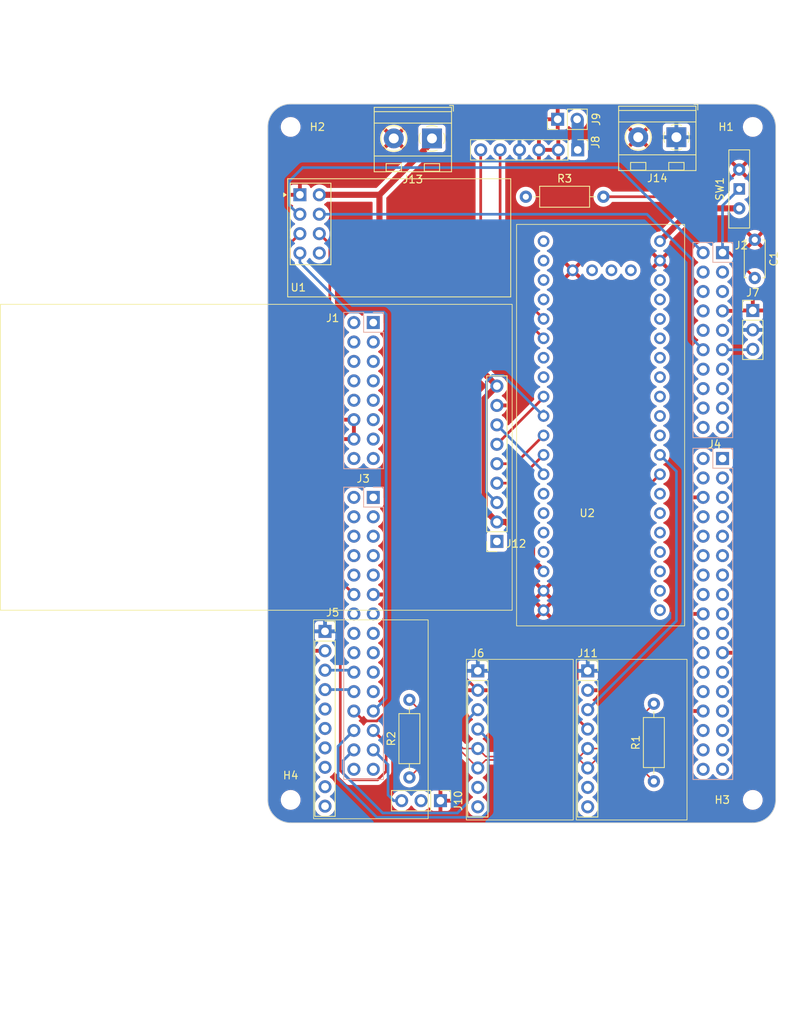
<source format=kicad_pcb>
(kicad_pcb (version 20240108) (generator "pcbnew") (generator_version "8.0")
  (layers (0 "F.Cu" signal) (31 "B.Cu" signal) (34 "B.Paste" user) (35 "F.Paste" user) (36 "B.SilkS" user "B.Silkscreen") (37 "F.SilkS" user "F.Silkscreen") (38 "B.Mask" user) (39 "F.Mask" user) (44 "Edge.Cuts" user))
  (net 0 "")
  (net 1 "NUCLEO_FDCAN_RX")
  (net 6 "NUCLEO_FDCAN_TX")
  (net 12 "NUCLEO_NRF_SPI5_SCK")
  (net 13 "NUCLEO_IMU_I2C4_SCL")
  (net 14 "NUCLEO_NRF_SPI5_MOSI")
  (net 19 "NUCLEO_ESC_TIM14_CH1")
  (net 21 "NUCLEO_NRF_SPI5_MISO")
  (net 26 "NUCLEO_IMU_I2C4_SDA")
  (net 57 "GND")
  (net 64 "5V")
  (net 67 "NUCLEO_SERVO_TIM13_CH1")
  (net 68 "3.3V")
  (net 69 "BLUEPILL_ENCODER_A")
  (net 71 "BLUEPILL_ENCODER_B")
  (net 72 "MOTOR_VCC")
  (net 73 "BLUEPILL_CAN_TX")
  (net 74 "BLUEPILL_CAN_RX")
  (net 79 "BLUEPILL_TFT_MOSI")
  (net 83 "BLUEPILL_TFT_DC")
  (net 90 "BLUEPILL_TFT_CS")
  (net 99 "BLUEPILL_TFT_RESET")
  (net 106 "BLUEPILL_TFT_CLK")
  (net 110 "NUCLEO_NRF_CSN")
  (net 111 "NUCLEO_NRF_CE")
  (net 143 "CAN_+")
  (net 144 "CAN_-")
  (net 145 "Net-(J2-2)")
  (net 146 "Net-(SW1-B)")
  (footprint "MountingHole:MountingHole_2.1mm" (layer "F.Cu") (at 98.5 134.5)
    (property "Reference" "H4" (at 0 -3.2 0) (layer "F.SilkS"))
    (property "Value" "MountingHole")
    (pad "" np_thru_hole circle (at 0 0) (size 2.1 2.1) (drill 2.1) (layers "*.Cu" "*.Mask"))
  )
  (footprint "footprints:blue_pill" (layer "F.Cu") (at 137.325 88.745 180)
    (property "Reference" "U2" (at 0 -8.255 0) (layer "F.SilkS"))
    (property "Value" "BP")
    (pad "3V3" thru_hole circle (at -9.525 27.305 180) (size 1.524 1.524) (drill 0.9) (layers "*.Cu" "*.Mask") (net 68 "3.3V"))
    (pad "3V3" thru_hole circle (at -5.715 23.495 180) (size 1.524 1.524) (drill 0.9) (layers "*.Cu" "*.Mask") (net 68 "3.3V"))
    (pad "3V3" thru_hole circle (at 5.715 -15.875 180) (size 1.524 1.524) (drill 0.9) (layers "*.Cu" "*.Mask") (net 68 "3.3V"))
    (pad "5V" thru_hole circle (at -9.525 22.225 180) (size 1.524 1.524) (drill 0.9) (layers "*.Cu" "*.Mask"))
    (pad "G" thru_hole circle (at -9.525 24.765 180) (size 1.524 1.524) (drill 0.9) (layers "*.Cu" "*.Mask") (net 57 "GND"))
    (pad "G" thru_hole circle (at 1.905 23.495 180) (size 1.524 1.524) (drill 0.9) (layers "*.Cu" "*.Mask") (net 57 "GND"))
    (pad "G" thru_hole circle (at 5.715 -20.955 180) (size 1.524 1.524) (drill 0.9) (layers "*.Cu" "*.Mask") (net 57 "GND"))
    (pad "G" thru_hole circle (at 5.715 -18.415 180) (size 1.524 1.524) (drill 0.9) (layers "*.Cu" "*.Mask") (net 57 "GND"))
    (pad "NRST" thru_hole circle (at 5.715 -13.335 180) (size 1.524 1.524) (drill 0.9) (layers "*.Cu" "*.Mask"))
    (pad "PA0" thru_hole circle (at 5.715 17.145 180) (size 1.524 1.524) (drill 0.9) (layers "*.Cu" "*.Mask") (net 69 "BLUEPILL_ENCODER_A"))
    (pad "PA1" thru_hole circle (at 5.715 14.605 180) (size 1.524 1.524) (drill 0.9) (layers "*.Cu" "*.Mask") (net 71 "BLUEPILL_ENCODER_B"))
    (pad "PA2" thru_hole circle (at 5.715 12.065 180) (size 1.524 1.524) (drill 0.9) (layers "*.Cu" "*.Mask"))
    (pad "PA3" thru_hole circle (at 5.715 9.525 180) (size 1.524 1.524) (drill 0.9) (layers "*.Cu" "*.Mask"))
    (pad "PA4" thru_hole circle (at 5.715 6.985 180) (size 1.524 1.524) (drill 0.9) (layers "*.Cu" "*.Mask") (net 99 "BLUEPILL_TFT_RESET"))
    (pad "PA5" thru_hole circle (at 5.715 4.445 180) (size 1.524 1.524) (drill 0.9) (layers "*.Cu" "*.Mask") (net 106 "BLUEPILL_TFT_CLK"))
    (pad "PA6" thru_hole circle (at 5.715 1.905 180) (size 1.524 1.524) (drill 0.9) (layers "*.Cu" "*.Mask") (net 83 "BLUEPILL_TFT_DC"))
    (pad "PA7" thru_hole circle (at 5.715 -0.635 180) (size 1.524 1.524) (drill 0.9) (layers "*.Cu" "*.Mask") (net 79 "BLUEPILL_TFT_MOSI"))
    (pad "PA8" thru_hole circle (at -9.525 -10.795 180) (size 1.524 1.524) (drill 0.9) (layers "*.Cu" "*.Mask"))
    (pad "PA9" thru_hole circle (at -9.525 -8.255 180) (size 1.524 1.524) (drill 0.9) (layers "*.Cu" "*.Mask"))
    (pad "PA10" thru_hole circle (at -9.525 -5.715 180) (size 1.524 1.524) (drill 0.9) (layers "*.Cu" "*.Mask"))
    (pad "PA11" thru_hole circle (at -9.525 -3.175 180) (size 1.524 1.524) (drill 0.9) (layers "*.Cu" "*.Mask") (net 74 "BLUEPILL_CAN_RX"))
    (pad "PA12" thru_hole circle (at -9.525 -0.635 180) (size 1.524 1.524) (drill 0.9) (layers "*.Cu" "*.Mask") (net 73 "BLUEPILL_CAN_TX"))
    (pad "PA15" thru_hole circle (at -9.525 1.905 180) (size 1.524 1.524) (drill 0.9) (layers "*.Cu" "*.Mask"))
    (pad "PB0" thru_hole circle (at 5.715 -3.175 180) (size 1.524 1.524) (drill 0.9) (layers "*.Cu" "*.Mask") (net 90 "BLUEPILL_TFT_CS"))
    (pad "PB1" thru_hole circle (at 5.715 -5.715 180) (size 1.524 1.524) (drill 0.9) (layers "*.Cu" "*.Mask"))
    (pad "PB3" thru_hole circle (at -9.525 4.445 180) (size 1.524 1.524) (drill 0.9) (layers "*.Cu" "*.Mask"))
    (pad "PB4" thru_hole circle (at -9.525 6.985 180) (size 1.524 1.524) (drill 0.9) (layers "*.Cu" "*.Mask"))
    (pad "PB5" thru_hole circle (at -9.525 9.525 180) (size 1.524 1.524) (drill 0.9) (layers "*.Cu" "*.Mask"))
    (pad "PB6" thru_hole circle (at -9.525 12.065 180) (size 1.524 1.524) (drill 0.9) (layers "*.Cu" "*.Mask"))
    (pad "PB7" thru_hole circle (at -9.525 14.605 180) (size 1.524 1.524) (drill 0.9) (layers "*.Cu" "*.Mask"))
    (pad "PB8" thru_hole circle (at -9.525 17.145 180) (size 1.524 1.524) (drill 0.9) (layers "*.Cu" "*.Mask"))
    (pad "PB9" thru_hole circle (at -9.525 19.685 180) (size 1.524 1.524) (drill 0.9) (layers "*.Cu" "*.Mask"))
    (pad "PB10" thru_hole circle (at 5.715 -8.255 180) (size 1.524 1.524) (drill 0.9) (layers "*.Cu" "*.Mask"))
    (pad "PB11" thru_hole circle (at 5.715 -10.795 180) (size 1.524 1.524) (drill 0.9) (layers "*.Cu" "*.Mask"))
    (pad "PB12" thru_hole circle (at -9.525 -20.955 180) (size 1.524 1.524) (drill 0.9) (layers "*.Cu" "*.Mask"))
    (pad "PB13" thru_hole circle (at -9.525 -18.415 180) (size 1.524 1.524) (drill 0.9) (layers "*.Cu" "*.Mask"))
    (pad "PB14" thru_hole circle (at -9.525 -15.875 180) (size 1.524 1.524) (drill 0.9) (layers "*.Cu" "*.Mask"))
    (pad "PB15" thru_hole circle (at -9.525 -13.335 180) (size 1.524 1.524) (drill 0.9) (layers "*.Cu" "*.Mask"))
    (pad "PC13" thru_hole circle (at 5.715 24.765 180) (size 1.524 1.524) (drill 0.9) (layers "*.Cu" "*.Mask"))
    (pad "PC14" thru_hole circle (at 5.715 22.225 180) (size 1.524 1.524) (drill 0.9) (layers "*.Cu" "*.Mask"))
    (pad "PC15" thru_hole circle (at 5.715 19.685 180) (size 1.524 1.524) (drill 0.9) (layers "*.Cu" "*.Mask"))
    (pad "SWCLK" thru_hole circle (at -0.635 23.495 180) (size 1.524 1.524) (drill 0.9) (layers "*.Cu" "*.Mask"))
    (pad "SWO" thru_hole circle (at -3.175 23.495 180) (size 1.524 1.524) (drill 0.9) (layers "*.Cu" "*.Mask"))
    (pad "VBAT" thru_hole circle (at 5.715 27.305 180) (size 1.524 1.524) (drill 0.9) (layers "*.Cu" "*.Mask"))
  )
  (footprint "MountingHole:MountingHole_2.1mm" (layer "F.Cu") (at 98.5 46.5)
    (property "Reference" "H2" (at 3.5 0 0) (layer "F.SilkS"))
    (property "Value" "MountingHole")
    (pad "" np_thru_hole circle (at 0 0) (size 2.1 2.1) (drill 2.1) (layers "*.Cu" "*.Mask"))
  )
  (footprint "TerminalBlock_MetzConnect:TerminalBlock_MetzConnect_Type094_RT03502HBLU_1x02_P5.00mm_Horizontal" (layer "F.Cu") (at 117 48 180)
    (property "Reference" "J13" (at 2.5 -5.36 180) (layer "F.SilkS"))
    (property "Value" "LM2596_3.3V")
    (pad "1" thru_hole rect (at 0 0 180) (size 2.6 2.6) (drill 1.3) (layers "*.Cu" "*.Mask") (net 68 "3.3V"))
    (pad "2" thru_hole circle (at 5 0 180) (size 2.6 2.6) (drill 1.3) (layers "*.Cu" "*.Mask") (net 57 "GND"))
  )
  (footprint "Button_Switch_THT:SW_Slide-03_Wuerth-WS-SLTV_10x2.5x6.4_P2.54mm" (layer "F.Cu") (at 157.226 54.61 90)
    (property "Reference" "SW1" (at 0 -2.54 90) (layer "F.SilkS"))
    (property "Value" "SW_Nidec_CAS-120A1")
    (pad "1" thru_hole circle (at -2.54 0 90) (size 1.6 1.6) (drill 0.8) (layers "*.Cu" "*.Mask") (net 68 "3.3V"))
    (pad "2" thru_hole rect (at 0 0 90) (size 1.5 1.5) (drill 0.8) (layers "*.Cu" "*.Mask") (net 146 "Net-(SW1-B)"))
    (pad "3" thru_hole circle (at 2.54 0 90) (size 1.6 1.6) (drill 0.8) (layers "*.Cu" "*.Mask") (net 57 "GND"))
  )
  (footprint "Connector_PinHeader_2.54mm:PinHeader_1x02_P2.54mm_Vertical" (layer "F.Cu") (at 133.46 45.5 90)
    (property "Reference" "J9" (at 0 5.04 90) (layer "F.SilkS"))
    (property "Value" "ESC_MOTOR")
    (pad "1" thru_hole rect (at 0 0 90) (size 1.7 1.7) (drill 1) (layers "*.Cu" "*.Mask") (net 57 "GND"))
    (pad "2" thru_hole oval (at 0 2.54 90) (size 1.7 1.7) (drill 1) (layers "*.Cu" "*.Mask") (net 72 "MOTOR_VCC"))
  )
  (footprint "TerminalBlock_MetzConnect:TerminalBlock_MetzConnect_Type094_RT03502HBLU_1x02_P5.00mm_Horizontal" (layer "F.Cu") (at 149 47.845 180)
    (property "Reference" "J14" (at 2.5 -5.36 180) (layer "F.SilkS"))
    (property "Value" "LM2596_5V")
    (pad "1" thru_hole rect (at 0 0 180) (size 2.6 2.6) (drill 1.3) (layers "*.Cu" "*.Mask") (net 64 "5V"))
    (pad "2" thru_hole circle (at 5 0 180) (size 2.6 2.6) (drill 1.3) (layers "*.Cu" "*.Mask") (net 57 "GND"))
  )
  (footprint "Resistor_THT:R_Axial_DIN0207_L6.3mm_D2.5mm_P10.16mm_Horizontal" (layer "F.Cu") (at 114.046 131.572 90)
    (property "Reference" "R2" (at 5.08 -2.37 90) (layer "F.SilkS"))
    (property "Value" "120")
    (pad "1" thru_hole circle (at 0 0 90) (size 1.6 1.6) (drill 0.8) (layers "*.Cu" "*.Mask") (net 144 "CAN_-"))
    (pad "2" thru_hole oval (at 10.16 0 90) (size 1.6 1.6) (drill 0.8) (layers "*.Cu" "*.Mask") (net 143 "CAN_+"))
  )
  (footprint "MountingHole:MountingHole_2.1mm" (layer "F.Cu") (at 159 46.5)
    (property "Reference" "H1" (at -3.5 0 0) (layer "F.SilkS"))
    (property "Value" "MountingHole")
    (pad "" np_thru_hole circle (at 0 0) (size 2.1 2.1) (drill 2.1) (layers "*.Cu" "*.Mask"))
  )
  (footprint "Connector_PinHeader_2.54mm:PinHeader_1x03_P2.54mm_Vertical" (layer "F.Cu") (at 118.11 134.605 -90)
    (property "Reference" "J10" (at 0 -2.33 90) (layer "F.SilkS"))
    (property "Value" "ESC_PWM")
    (pad "1" thru_hole rect (at 0 0 270) (size 1.7 1.7) (drill 1) (layers "*.Cu" "*.Mask") (net 57 "GND"))
    (pad "2" thru_hole oval (at 0 2.54 270) (size 1.7 1.7) (drill 1) (layers "*.Cu" "*.Mask"))
    (pad "3" thru_hole oval (at 0 5.08 270) (size 1.7 1.7) (drill 1) (layers "*.Cu" "*.Mask") (net 19 "NUCLEO_ESC_TIM14_CH1"))
  )
  (footprint "Connector_PinSocket_2.54mm:PinSocket_1x09_P2.54mm_Vertical" (layer "F.Cu") (at 125.5 100.7 180)
    (property "Reference" "J12" (at -2.5 -0.3 0) (layer "F.SilkS"))
    (property "Value" "TFT")
    (pad "1" thru_hole rect (at 0 0 180) (size 1.7 1.7) (drill 1) (layers "*.Cu" "*.Mask"))
    (pad "2" thru_hole oval (at 0 2.54 180) (size 1.7 1.7) (drill 1) (layers "*.Cu" "*.Mask") (net 68 "3.3V"))
    (pad "3" thru_hole oval (at 0 5.08 180) (size 1.7 1.7) (drill 1) (layers "*.Cu" "*.Mask") (net 106 "BLUEPILL_TFT_CLK"))
    (pad "4" thru_hole oval (at 0 7.62 180) (size 1.7 1.7) (drill 1) (layers "*.Cu" "*.Mask") (net 79 "BLUEPILL_TFT_MOSI"))
    (pad "5" thru_hole oval (at 0 10.16 180) (size 1.7 1.7) (drill 1) (layers "*.Cu" "*.Mask") (net 83 "BLUEPILL_TFT_DC"))
    (pad "6" thru_hole oval (at 0 12.7 180) (size 1.7 1.7) (drill 1) (layers "*.Cu" "*.Mask") (net 99 "BLUEPILL_TFT_RESET"))
    (pad "7" thru_hole oval (at 0 15.24 180) (size 1.7 1.7) (drill 1) (layers "*.Cu" "*.Mask") (net 90 "BLUEPILL_TFT_CS"))
    (pad "8" thru_hole oval (at 0 17.78 180) (size 1.7 1.7) (drill 1) (layers "*.Cu" "*.Mask") (net 57 "GND"))
    (pad "9" thru_hole oval (at 0 20.32 180) (size 1.7 1.7) (drill 1) (layers "*.Cu" "*.Mask") (net 68 "3.3V"))
  )
  (footprint "MountingHole:MountingHole_2.1mm" (layer "F.Cu") (at 159 134.5)
    (property "Reference" "H3" (at -4 0 0) (layer "F.SilkS"))
    (property "Value" "MountingHole")
    (pad "" np_thru_hole circle (at 0 0) (size 2.1 2.1) (drill 2.1) (layers "*.Cu" "*.Mask"))
  )
  (footprint "Capacitor_THT:C_Disc_D4.7mm_W2.5mm_P5.00mm" (layer "F.Cu") (at 159.258 61.254 -90)
    (property "Reference" "C1" (at 2.5 -2.5 90) (layer "F.SilkS"))
    (property "Value" "100nF")
    (pad "1" thru_hole circle (at 0 0 270) (size 1.6 1.6) (drill 0.8) (layers "*.Cu" "*.Mask") (net 57 "GND"))
    (pad "2" thru_hole circle (at 5 0 270) (size 1.6 1.6) (drill 0.8) (layers "*.Cu" "*.Mask") (net 145 "Net-(J2-2)"))
  )
  (footprint "Connector_PinHeader_2.54mm:PinHeader_1x03_P2.54mm_Vertical" (layer "F.Cu") (at 159 70.5)
    (property "Reference" "J7" (at 0 -2.33 0) (layer "F.SilkS"))
    (property "Value" "SERVO")
    (pad "1" thru_hole rect (at 0 0) (size 1.7 1.7) (drill 1) (layers "*.Cu" "*.Mask") (net 57 "GND"))
    (pad "2" thru_hole oval (at 0 2.54) (size 1.7 1.7) (drill 1) (layers "*.Cu" "*.Mask") (net 64 "5V"))
    (pad "3" thru_hole oval (at 0 5.08) (size 1.7 1.7) (drill 1) (layers "*.Cu" "*.Mask") (net 67 "NUCLEO_SERVO_TIM13_CH1"))
  )
  (footprint "Resistor_THT:R_Axial_DIN0207_L6.3mm_D2.5mm_P10.16mm_Horizontal" (layer "F.Cu") (at 146.05 132.08 90)
    (property "Reference" "R1" (at 5.08 -2.37 90) (layer "F.SilkS"))
    (property "Value" "120")
    (pad "1" thru_hole circle (at 0 0 90) (size 1.6 1.6) (drill 0.8) (layers "*.Cu" "*.Mask") (net 144 "CAN_-"))
    (pad "2" thru_hole oval (at 10.16 0 90) (size 1.6 1.6) (drill 0.8) (layers "*.Cu" "*.Mask") (net 143 "CAN_+"))
  )
  (footprint "Resistor_THT:R_Axial_DIN0207_L6.3mm_D2.5mm_P10.16mm_Horizontal" (layer "F.Cu") (at 129.286 55.626)
    (property "Reference" "R3" (at 5.08 -2.37 0) (layer "F.SilkS"))
    (property "Value" "1K")
    (pad "1" thru_hole circle (at 0 0) (size 1.6 1.6) (drill 0.8) (layers "*.Cu" "*.Mask") (net 146 "Net-(SW1-B)"))
    (pad "2" thru_hole oval (at 10.16 0) (size 1.6 1.6) (drill 0.8) (layers "*.Cu" "*.Mask") (net 145 "Net-(J2-2)"))
  )
  (footprint "Connector_PinHeader_2.54mm:PinHeader_1x06_P2.54mm_Vertical" (layer "F.Cu") (at 136.08 49.5 -90)
    (property "Reference" "J8" (at -1 -2.33 90) (layer "F.SilkS"))
    (property "Value" "DC_MOTOR")
    (pad "1" thru_hole rect (at 0 0 270) (size 1.7 1.7) (drill 1) (layers "*.Cu" "*.Mask") (net 72 "MOTOR_VCC"))
    (pad "2" thru_hole oval (at 0 2.54 270) (size 1.7 1.7) (drill 1) (layers "*.Cu" "*.Mask") (net 57 "GND"))
    (pad "3" thru_hole oval (at 0 5.08 270) (size 1.7 1.7) (drill 1) (layers "*.Cu" "*.Mask") (net 57 "GND"))
    (pad "4" thru_hole oval (at 0 7.62 270) (size 1.7 1.7) (drill 1) (layers "*.Cu" "*.Mask") (net 64 "5V"))
    (pad "5" thru_hole oval (at 0 10.16 270) (size 1.7 1.7) (drill 1) (layers "*.Cu" "*.Mask") (net 69 "BLUEPILL_ENCODER_A"))
    (pad "6" thru_hole oval (at 0 12.7 270) (size 1.7 1.7) (drill 1) (layers "*.Cu" "*.Mask") (net 71 "BLUEPILL_ENCODER_B"))
  )
  (footprint "Connector_PinSocket_2.54mm:PinSocket_1x08_P2.54mm_Vertical" (layer "F.Cu") (at 123 117.625)
    (property "Reference" "J6" (at 0 -2.3 0) (layer "F.SilkS"))
    (property "Value" "CAN_WCMCU-1051_NUCLEO")
    (pad "1" thru_hole rect (at 0 0) (size 1.7 1.7) (drill 1) (layers "*.Cu" "*.Mask") (net 64 "5V"))
    (pad "2" thru_hole oval (at 0 2.54) (size 1.7 1.7) (drill 1) (layers "*.Cu" "*.Mask") (net 57 "GND"))
    (pad "3" thru_hole oval (at 0 5.08) (size 1.7 1.7) (drill 1) (layers "*.Cu" "*.Mask") (net 6 "NUCLEO_FDCAN_TX"))
    (pad "4" thru_hole oval (at 0 7.62) (size 1.7 1.7) (drill 1) (layers "*.Cu" "*.Mask") (net 1 "NUCLEO_FDCAN_RX"))
    (pad "5" thru_hole oval (at 0 10.16) (size 1.7 1.7) (drill 1) (layers "*.Cu" "*.Mask") (net 143 "CAN_+"))
    (pad "6" thru_hole oval (at 0 12.7) (size 1.7 1.7) (drill 1) (layers "*.Cu" "*.Mask") (net 144 "CAN_-"))
    (pad "7" thru_hole oval (at 0 15.24) (size 1.7 1.7) (drill 1) (layers "*.Cu" "*.Mask"))
    (pad "8" thru_hole oval (at 0 17.78) (size 1.7 1.7) (drill 1) (layers "*.Cu" "*.Mask"))
  )
  (footprint "Connector_PinSocket_2.54mm:PinSocket_1x10_P2.54mm_Vertical" (layer "F.Cu") (at 103 112.46)
    (property "Reference" "J5" (at 1 -2.46 0) (layer "F.SilkS"))
    (property "Value" "MPU-6050")
    (pad "1" thru_hole rect (at 0 0) (size 1.7 1.7) (drill 1) (layers "*.Cu" "*.Mask") (net 64 "5V"))
    (pad "2" thru_hole oval (at 0 2.54) (size 1.7 1.7) (drill 1) (layers "*.Cu" "*.Mask") (net 57 "GND"))
    (pad "3" thru_hole oval (at 0 5.08) (size 1.7 1.7) (drill 1) (layers "*.Cu" "*.Mask") (net 13 "NUCLEO_IMU_I2C4_SCL"))
    (pad "4" thru_hole oval (at 0 7.62) (size 1.7 1.7) (drill 1) (layers "*.Cu" "*.Mask") (net 26 "NUCLEO_IMU_I2C4_SDA"))
    (pad "5" thru_hole oval (at 0 10.16) (size 1.7 1.7) (drill 1) (layers "*.Cu" "*.Mask"))
    (pad "6" thru_hole oval (at 0 12.7) (size 1.7 1.7) (drill 1) (layers "*.Cu" "*.Mask"))
    (pad "7" thru_hole oval (at 0 15.24) (size 1.7 1.7) (drill 1) (layers "*.Cu" "*.Mask"))
    (pad "8" thru_hole oval (at 0 17.78) (size 1.7 1.7) (drill 1) (layers "*.Cu" "*.Mask"))
    (pad "9" thru_hole oval (at 0 20.32) (size 1.7 1.7) (drill 1) (layers "*.Cu" "*.Mask"))
    (pad "10" thru_hole oval (at 0 22.86) (size 1.7 1.7) (drill 1) (layers "*.Cu" "*.Mask"))
  )
  (footprint "Connector_PinSocket_2.54mm:PinSocket_1x08_P2.54mm_Vertical" (layer "F.Cu") (at 137.3875 117.625)
    (property "Reference" "J11" (at 0 -2.3 0) (layer "F.SilkS"))
    (property "Value" "CAN_WCMCU-1051_BLUEPILL")
    (pad "1" thru_hole rect (at 0 0) (size 1.7 1.7) (drill 1) (layers "*.Cu" "*.Mask") (net 64 "5V"))
    (pad "2" thru_hole oval (at 0 2.54) (size 1.7 1.7) (drill 1) (layers "*.Cu" "*.Mask") (net 57 "GND"))
    (pad "3" thru_hole oval (at 0 5.08) (size 1.7 1.7) (drill 1) (layers "*.Cu" "*.Mask") (net 73 "BLUEPILL_CAN_TX"))
    (pad "4" thru_hole oval (at 0 7.62) (size 1.7 1.7) (drill 1) (layers "*.Cu" "*.Mask") (net 74 "BLUEPILL_CAN_RX"))
    (pad "5" thru_hole oval (at 0 10.16) (size 1.7 1.7) (drill 1) (layers "*.Cu" "*.Mask") (net 143 "CAN_+"))
    (pad "6" thru_hole oval (at 0 12.7) (size 1.7 1.7) (drill 1) (layers "*.Cu" "*.Mask") (net 144 "CAN_-"))
    (pad "7" thru_hole oval (at 0 15.24) (size 1.7 1.7) (drill 1) (layers "*.Cu" "*.Mask"))
    (pad "8" thru_hole oval (at 0 17.78) (size 1.7 1.7) (drill 1) (layers "*.Cu" "*.Mask"))
  )
  (footprint "RF_Module:nRF24L01_Breakout" (layer "F.Cu") (at 99.7105 55.375)
    (property "Reference" "U1" (at -0.2105 12.125 0) (layer "F.SilkS"))
    (property "Value" "NRF24L01")
    (pad "1" thru_hole rect (at 0 0) (size 1.7 1.7) (drill 1) (layers "*.Cu" "*.Mask") (net 57 "GND"))
    (pad "2" thru_hole circle (at 2.54 0) (size 1.7 1.7) (drill 1) (layers "*.Cu" "*.Mask") (net 68 "3.3V"))
    (pad "3" thru_hole circle (at 0 2.54) (size 1.7 1.7) (drill 1) (layers "*.Cu" "*.Mask") (net 111 "NUCLEO_NRF_CE"))
    (pad "4" thru_hole circle (at 2.54 2.54) (size 1.7 1.7) (drill 1) (layers "*.Cu" "*.Mask") (net 110 "NUCLEO_NRF_CSN"))
    (pad "5" thru_hole circle (at 0 5.08) (size 1.7 1.7) (drill 1) (layers "*.Cu" "*.Mask") (net 12 "NUCLEO_NRF_SPI5_SCK"))
    (pad "6" thru_hole circle (at 2.54 5.08) (size 1.7 1.7) (drill 1) (layers "*.Cu" "*.Mask") (net 14 "NUCLEO_NRF_SPI5_MOSI"))
    (pad "7" thru_hole circle (at 0 7.62) (size 1.7 1.7) (drill 1) (layers "*.Cu" "*.Mask") (net 21 "NUCLEO_NRF_SPI5_MISO"))
    (pad "8" thru_hole circle (at 2.54 7.62) (size 1.7 1.7) (drill 1) (layers "*.Cu" "*.Mask"))
  )
  (footprint "Connector_PinHeader_2.54mm:PinHeader_2x08_P2.54mm_Vertical" (layer "B.Cu") (at 109.32 72.08 180)
    (property "Reference" "J1" (at 5.32 0.58 0) (layer "F.SilkS"))
    (property "Value" "CN8")
    (pad "3V3" thru_hole oval (at 2.54 -7.62 180) (size 1.7 1.7) (drill 1) (layers "*.Cu" "*.Mask"))
    (pad "5V" thru_hole oval (at 2.54 -10.16 180) (size 1.7 1.7) (drill 1) (layers "*.Cu" "*.Mask"))
    (pad "GND" thru_hole oval (at 2.54 -15.24 180) (size 1.7 1.7) (drill 1) (layers "*.Cu" "*.Mask") (net 57 "GND"))
    (pad "GND" thru_hole oval (at 2.54 -12.7 180) (size 1.7 1.7) (drill 1) (layers "*.Cu" "*.Mask") (net 57 "GND"))
    (pad "IOREF" thru_hole oval (at 2.54 -2.54 180) (size 1.7 1.7) (drill 1) (layers "*.Cu" "*.Mask"))
    (pad "NC" thru_hole oval (at 2.54 0 180) (size 1.7 1.7) (drill 1) (layers "*.Cu" "*.Mask"))
    (pad "NRST" thru_hole oval (at 2.54 -5.08 180) (size 1.7 1.7) (drill 1) (layers "*.Cu" "*.Mask"))
    (pad "PC8" thru_hole rect (at 0 0 180) (size 1.7 1.7) (drill 1) (layers "*.Cu" "*.Mask"))
    (pad "PC9" thru_hole oval (at 0 -2.54 180) (size 1.7 1.7) (drill 1) (layers "*.Cu" "*.Mask"))
    (pad "PC10" thru_hole oval (at 0 -5.08 180) (size 1.7 1.7) (drill 1) (layers "*.Cu" "*.Mask"))
    (pad "PC11" thru_hole oval (at 0 -7.62 180) (size 1.7 1.7) (drill 1) (layers "*.Cu" "*.Mask"))
    (pad "PC12" thru_hole oval (at 0 -10.16 180) (size 1.7 1.7) (drill 1) (layers "*.Cu" "*.Mask"))
    (pad "PD2" thru_hole oval (at 0 -12.7 180) (size 1.7 1.7) (drill 1) (layers "*.Cu" "*.Mask"))
    (pad "PG8" thru_hole oval (at 0 -17.78 180) (size 1.7 1.7) (drill 1) (layers "*.Cu" "*.Mask"))
    (pad "PG10" thru_hole oval (at 0 -15.24 180) (size 1.7 1.7) (drill 1) (layers "*.Cu" "*.Mask"))
    (pad "VIN" thru_hole oval (at 2.54 -17.78 180) (size 1.7 1.7) (drill 1) (layers "*.Cu" "*.Mask"))
  )
  (footprint "Connector_PinHeader_2.54mm:PinHeader_2x10_P2.54mm_Vertical" (layer "B.Cu") (at 155.04 62.936 180)
    (property "Reference" "J2" (at -2.46 0.936 0) (layer "F.SilkS"))
    (property "Value" "CN7")
    (pad "GND" thru_hole oval (at 0 -7.62 180) (size 1.7 1.7) (drill 1) (layers "*.Cu" "*.Mask") (net 57 "GND"))
    (pad "PA4" thru_hole oval (at 2.54 -20.32 180) (size 1.7 1.7) (drill 1) (layers "*.Cu" "*.Mask"))
    (pad "PA5" thru_hole oval (at 0 -10.16 180) (size 1.7 1.7) (drill 1) (layers "*.Cu" "*.Mask"))
    (pad "PA6" thru_hole oval (at 0 -12.7 180) (size 1.7 1.7) (drill 1) (layers "*.Cu" "*.Mask") (net 67 "NUCLEO_SERVO_TIM13_CH1"))
    (pad "PA15" thru_hole oval (at 2.54 -10.16 180) (size 1.7 1.7) (drill 1) (layers "*.Cu" "*.Mask"))
    (pad "PB3" thru_hole oval (at 2.54 -17.78 180) (size 1.7 1.7) (drill 1) (layers "*.Cu" "*.Mask"))
    (pad "PB4" thru_hole oval (at 2.54 -22.86 180) (size 1.7 1.7) (drill 1) (layers "*.Cu" "*.Mask"))
    (pad "PB5" thru_hole oval (at 0 -15.24 180) (size 1.7 1.7) (drill 1) (layers "*.Cu" "*.Mask"))
    (pad "PB5" thru_hole oval (at 2.54 -15.24 180) (size 1.7 1.7) (drill 1) (layers "*.Cu" "*.Mask"))
    (pad "PB8" thru_hole rect (at 0 0 180) (size 1.7 1.7) (drill 1) (layers "*.Cu" "*.Mask") (net 145 "Net-(J2-2)"))
    (pad "PB9" thru_hole oval (at 0 -2.54 180) (size 1.7 1.7) (drill 1) (layers "*.Cu" "*.Mask"))
    (pad "PB12" thru_hole oval (at 2.54 -7.62 180) (size 1.7 1.7) (drill 1) (layers "*.Cu" "*.Mask"))
    (pad "PB13" thru_hole oval (at 2.54 -5.08 180) (size 1.7 1.7) (drill 1) (layers "*.Cu" "*.Mask"))
    (pad "PB15" thru_hole oval (at 2.54 -2.54 180) (size 1.7 1.7) (drill 1) (layers "*.Cu" "*.Mask"))
    (pad "PC6" thru_hole oval (at 2.54 0 180) (size 1.7 1.7) (drill 1) (layers "*.Cu" "*.Mask") (net 111 "NUCLEO_NRF_CE"))
    (pad "PC7" thru_hole oval (at 2.54 -12.7 180) (size 1.7 1.7) (drill 1) (layers "*.Cu" "*.Mask") (net 110 "NUCLEO_NRF_CSN"))
    (pad "PD14" thru_hole oval (at 0 -17.78 180) (size 1.7 1.7) (drill 1) (layers "*.Cu" "*.Mask"))
    (pad "PD15" thru_hole oval (at 0 -20.32 180) (size 1.7 1.7) (drill 1) (layers "*.Cu" "*.Mask"))
    (pad "PG9" thru_hole oval (at 0 -22.86 180) (size 1.7 1.7) (drill 1) (layers "*.Cu" "*.Mask"))
    (pad "VREFP" thru_hole oval (at 0 -5.08 180) (size 1.7 1.7) (drill 1) (layers "*.Cu" "*.Mask"))
  )
  (footprint "Connector_PinHeader_2.54mm:PinHeader_2x17_P2.54mm_Vertical" (layer "B.Cu") (at 155.04 89.86 180)
    (property "Reference" "J4" (at 1.04 1.86 0) (layer "F.SilkS"))
    (property "Value" "CN10")
    (pad "AGND" thru_hole oval (at 2.54 -2.54 180) (size 1.7 1.7) (drill 1) (layers "*.Cu" "*.Mask"))
    (pad "GND" thru_hole oval (at 0 -25.4 180) (size 1.7 1.7) (drill 1) (layers "*.Cu" "*.Mask") (net 57 "GND"))
    (pad "GND" thru_hole oval (at 2.54 -33.02 180) (size 1.7 1.7) (drill 1) (layers "*.Cu" "*.Mask") (net 57 "GND"))
    (pad "GND" thru_hole oval (at 2.54 -20.32 180) (size 1.7 1.7) (drill 1) (layers "*.Cu" "*.Mask") (net 57 "GND"))
    (pad "GND" thru_hole oval (at 2.54 -5.08 180) (size 1.7 1.7) (drill 1) (layers "*.Cu" "*.Mask") (net 57 "GND"))
    (pad "PA0" thru_hole oval (at 2.54 -35.56 180) (size 1.7 1.7) (drill 1) (layers "*.Cu" "*.Mask"))
    (pad "PA2" thru_hole oval (at 2.54 -12.7 180) (size 1.7 1.7) (drill 1) (layers "*.Cu" "*.Mask"))
    (pad "PA8" thru_hole oval (at 0 -2.54 180) (size 1.7 1.7) (drill 1) (layers "*.Cu" "*.Mask"))
    (pad "PB0" thru_hole oval (at 2.54 -38.1 180) (size 1.7 1.7) (drill 1) (layers "*.Cu" "*.Mask"))
    (pad "PB2" thru_hole oval (at 2.54 -17.78 180) (size 1.7 1.7) (drill 1) (layers "*.Cu" "*.Mask"))
    (pad "PB6" thru_hole oval (at 0 -15.24 180) (size 1.7 1.7) (drill 1) (layers "*.Cu" "*.Mask"))
    (pad "PB7" thru_hole oval (at 0 -17.78 180) (size 1.7 1.7) (drill 1) (layers "*.Cu" "*.Mask"))
    (pad "PB10" thru_hole oval (at 0 -38.1 180) (size 1.7 1.7) (drill 1) (layers "*.Cu" "*.Mask"))
    (pad "PB11" thru_hole oval (at 0 -40.64 180) (size 1.7 1.7) (drill 1) (layers "*.Cu" "*.Mask"))
    (pad "PD11" thru_hole oval (at 2.54 -27.94 180) (size 1.7 1.7) (drill 1) (layers "*.Cu" "*.Mask"))
    (pad "PD12" thru_hole oval (at 2.54 -25.4 180) (size 1.7 1.7) (drill 1) (layers "*.Cu" "*.Mask"))
    (pad "PD13" thru_hole oval (at 2.54 -22.86 180) (size 1.7 1.7) (drill 1) (layers "*.Cu" "*.Mask"))
    (pad "PE0" thru_hole oval (at 2.54 -40.64 180) (size 1.7 1.7) (drill 1) (layers "*.Cu" "*.Mask"))
    (pad "PE2" thru_hole oval (at 2.54 -30.48 180) (size 1.7 1.7) (drill 1) (layers "*.Cu" "*.Mask"))
    (pad "PE6" thru_hole oval (at 0 -33.02 180) (size 1.7 1.7) (drill 1) (layers "*.Cu" "*.Mask"))
    (pad "PE7" thru_hole oval (at 0 -22.86 180) (size 1.7 1.7) (drill 1) (layers "*.Cu" "*.Mask"))
    (pad "PE8" thru_hole oval (at 0 -20.32 180) (size 1.7 1.7) (drill 1) (layers "*.Cu" "*.Mask"))
    (pad "PE10" thru_hole oval (at 0 -27.94 180) (size 1.7 1.7) (drill 1) (layers "*.Cu" "*.Mask"))
    (pad "PE11" thru_hole oval (at 0 -5.08 180) (size 1.7 1.7) (drill 1) (layers "*.Cu" "*.Mask"))
    (pad "PE12" thru_hole oval (at 0 -30.48 180) (size 1.7 1.7) (drill 1) (layers "*.Cu" "*.Mask"))
    (pad "PE13" thru_hole oval (at 0 -10.16 180) (size 1.7 1.7) (drill 1) (layers "*.Cu" "*.Mask"))
    (pad "PE14" thru_hole oval (at 0 -7.62 180) (size 1.7 1.7) (drill 1) (layers "*.Cu" "*.Mask"))
    (pad "PE15" thru_hole oval (at 0 -35.56 180) (size 1.7 1.7) (drill 1) (layers "*.Cu" "*.Mask"))
    (pad "PF6" thru_hole oval (at 2.54 -7.62 180) (size 1.7 1.7) (drill 1) (layers "*.Cu" "*.Mask"))
    (pad "PF10" thru_hole oval (at 2.54 -10.16 180) (size 1.7 1.7) (drill 1) (layers "*.Cu" "*.Mask"))
    (pad "PG6" thru_hole oval (at 2.54 -15.24 180) (size 1.7 1.7) (drill 1) (layers "*.Cu" "*.Mask"))
    (pad "PG12" thru_hole rect (at 0 0 180) (size 1.7 1.7) (drill 1) (layers "*.Cu" "*.Mask"))
    (pad "PG14" thru_hole oval (at 0 -12.7 180) (size 1.7 1.7) (drill 1) (layers "*.Cu" "*.Mask"))
    (pad "VDDA" thru_hole oval (at 2.54 0 180) (size 1.7 1.7) (drill 1) (layers "*.Cu" "*.Mask"))
  )
  (footprint "Connector_PinHeader_2.54mm:PinHeader_2x15_P2.54mm_Vertical" (layer "B.Cu") (at 109.32 94.94 180)
    (property "Reference" "J3" (at 1.32 2.44 0) (layer "F.SilkS"))
    (property "Value" "CN9")
    (pad "GND" thru_hole oval (at 0 -12.7 180) (size 1.7 1.7) (drill 1) (layers "*.Cu" "*.Mask") (net 57 "GND"))
    (pad "GND" thru_hole oval (at 2.54 -27.94 180) (size 1.7 1.7) (drill 1) (layers "*.Cu" "*.Mask") (net 57 "GND"))
    (pad "PA3" thru_hole oval (at 2.54 0 180) (size 1.7 1.7) (drill 1) (layers "*.Cu" "*.Mask"))
    (pad "PB1" thru_hole oval (at 2.54 -7.62 180) (size 1.7 1.7) (drill 1) (layers "*.Cu" "*.Mask"))
    (pad "PB2" thru_hole oval (at 2.54 -15.24 180) (size 1.7 1.7) (drill 1) (layers "*.Cu" "*.Mask"))
    (pad "PB5" thru_hole oval (at 2.54 -20.32 180) (size 1.7 1.7) (drill 1) (layers "*.Cu" "*.Mask"))
    (pad "PB14" thru_hole oval (at 2.54 -35.56 180) (size 1.7 1.7) (drill 1) (layers "*.Cu" "*.Mask"))
    (pad "PC0" thru_hole oval (at 2.54 -2.54 180) (size 1.7 1.7) (drill 1) (layers "*.Cu" "*.Mask"))
    (pad "PC2" thru_hole oval (at 2.54 -10.16 180) (size 1.7 1.7) (drill 1) (layers "*.Cu" "*.Mask"))
    (pad "PC3" thru_hole oval (at 2.54 -5.08 180) (size 1.7 1.7) (drill 1) (layers "*.Cu" "*.Mask"))
    (pad "PD0" thru_hole oval (at 2.54 -30.48 180) (size 1.7 1.7) (drill 1) (layers "*.Cu" "*.Mask") (net 1 "NUCLEO_FDCAN_RX"))
    (pad "PD1" thru_hole oval (at 2.54 -33.02 180) (size 1.7 1.7) (drill 1) (layers "*.Cu" "*.Mask") (net 6 "NUCLEO_FDCAN_TX"))
    (pad "PD3" thru_hole oval (at 0 -10.16 180) (size 1.7 1.7) (drill 1) (layers "*.Cu" "*.Mask"))
    (pad "PD4" thru_hole oval (at 0 -7.62 180) (size 1.7 1.7) (drill 1) (layers "*.Cu" "*.Mask"))
    (pad "PD5" thru_hole oval (at 0 -5.08 180) (size 1.7 1.7) (drill 1) (layers "*.Cu" "*.Mask"))
    (pad "PD6" thru_hole oval (at 0 -2.54 180) (size 1.7 1.7) (drill 1) (layers "*.Cu" "*.Mask"))
    (pad "PD7" thru_hole rect (at 0 0 180) (size 1.7 1.7) (drill 1) (layers "*.Cu" "*.Mask"))
    (pad "PD10" thru_hole oval (at 0 -35.56 180) (size 1.7 1.7) (drill 1) (layers "*.Cu" "*.Mask"))
    (pad "PE2" thru_hole oval (at 0 -15.24 180) (size 1.7 1.7) (drill 1) (layers "*.Cu" "*.Mask"))
    (pad "PE3" thru_hole oval (at 0 -25.4 180) (size 1.7 1.7) (drill 1) (layers "*.Cu" "*.Mask"))
    (pad "PE4" thru_hole oval (at 0 -17.78 180) (size 1.7 1.7) (drill 1) (layers "*.Cu" "*.Mask"))
    (pad "PE5" thru_hole oval (at 0 -20.32 180) (size 1.7 1.7) (drill 1) (layers "*.Cu" "*.Mask"))
    (pad "PE6" thru_hole oval (at 0 -22.86 180) (size 1.7 1.7) (drill 1) (layers "*.Cu" "*.Mask"))
    (pad "PE9" thru_hole oval (at 2.54 -17.78 180) (size 1.7 1.7) (drill 1) (layers "*.Cu" "*.Mask"))
    (pad "PF7" thru_hole oval (at 0 -30.48 180) (size 1.7 1.7) (drill 1) (layers "*.Cu" "*.Mask") (net 12 "NUCLEO_NRF_SPI5_SCK"))
    (pad "PF8" thru_hole oval (at 0 -27.94 180) (size 1.7 1.7) (drill 1) (layers "*.Cu" "*.Mask") (net 21 "NUCLEO_NRF_SPI5_MISO"))
    (pad "PF9" thru_hole oval (at 0 -33.02 180) (size 1.7 1.7) (drill 1) (layers "*.Cu" "*.Mask") (net 19 "NUCLEO_ESC_TIM14_CH1"))
    (pad "PF11" thru_hole oval (at 2.54 -12.7 180) (size 1.7 1.7) (drill 1) (layers "*.Cu" "*.Mask") (net 14 "NUCLEO_NRF_SPI5_MOSI"))
    (pad "PF14" thru_hole oval (at 2.54 -22.86 180) (size 1.7 1.7) (drill 1) (layers "*.Cu" "*.Mask") (net 13 "NUCLEO_IMU_I2C4_SCL"))
    (pad "PF15" thru_hole oval (at 2.54 -25.4 180) (size 1.7 1.7) (drill 1) (layers "*.Cu" "*.Mask") (net 26 "NUCLEO_IMU_I2C4_SDA"))
  )
  (gr_arc (start 98.5 137.5) (mid 96.37868 136.62132) (end 95.5 134.5) (stroke (width 0.1)) (layer "Edge.Cuts"))
  (gr_line (start 98.5 43.5) (end 159 43.5) (stroke (width 0.1)) (layer "Edge.Cuts"))
  (gr_arc (start 95.5 46.5) (mid 96.37868 44.37868) (end 98.5 43.5) (stroke (width 0.1)) (layer "Edge.Cuts"))
  (gr_line (start 95.5 134.5) (end 95.5 46.5) (stroke (width 0.1)) (layer "Edge.Cuts"))
  (gr_line (start 159 137.5) (end 98.5 137.5) (stroke (width 0.1)) (layer "Edge.Cuts"))
  (gr_arc (start 159 43.5) (mid 161.12132 44.37868) (end 162 46.5) (stroke (width 0.1)) (layer "Edge.Cuts"))
  (gr_arc (start 162 134.5) (mid 161.12132 136.62132) (end 159 137.5) (stroke (width 0.1)) (layer "Edge.Cuts"))
  (gr_line (start 162 46.5) (end 162 134.5) (stroke (width 0.1)) (layer "Edge.Cuts"))
  (segment (start 153.67 55.626) (end 157.226 52.07) (width 0.35) (layer "F.Cu") (net 0))
  (segment (start 139.446 55.626) (end 153.67 55.626) (width 0.35) (layer "F.Cu") (net 0))
  (segment (start 104.705 131.705) (end 109.78 136.78) (width 0.35) (layer "B.Cu") (net 1))
  (segment (start 123.569544 136.78) (end 124.375 135.974544) (width 0.35) (layer "B.Cu") (net 1))
  (segment (start 124.375 126.62) (end 123 125.245) (width 0.35) (layer "B.Cu") (net 1))
  (segment (start 106.78 125.42) (end 104.705 127.495) (width 0.35) (layer "B.Cu") (net 1))
  (segment (start 104.705 127.495) (end 104.705 131.705) (width 0.35) (layer "B.Cu") (net 1))
  (segment (start 124.375 135.974544) (end 124.375 126.62) (width 0.35) (layer "B.Cu") (net 1))
  (segment (start 109.78 136.78) (end 123.569544 136.78) (width 0.35) (layer "B.Cu") (net 1))
  (segment (start 121.625 124.08) (end 123 122.705) (width 0.35) (layer "B.Cu") (net 6))
  (segment (start 105.405 131.069544) (end 110.545456 136.21) (width 0.35) (layer "B.Cu") (net 6))
  (segment (start 110.545456 136.21) (end 120.33 136.21) (width 0.35) (layer "B.Cu") (net 6))
  (segment (start 121.625 134.915) (end 121.625 124.08) (width 0.35) (layer "B.Cu") (net 6))
  (segment (start 106.78 127.96) (end 105.405 129.335) (width 0.35) (layer "B.Cu") (net 6))
  (segment (start 105.405 129.335) (end 105.405 131.069544) (width 0.35) (layer "B.Cu") (net 6))
  (segment (start 120.33 136.21) (end 121.625 134.915) (width 0.35) (layer "B.Cu") (net 6))
  (segment (start 98.3355 105.0455) (end 105 111.71) (width 0.35) (layer "F.Cu") (net 12))
  (segment (start 105 111.71) (end 105 130.664544) (width 0.35) (layer "F.Cu") (net 12))
  (segment (start 106.210456 131.875) (end 109.889544 131.875) (width 0.35) (layer "F.Cu") (net 12))
  (segment (start 111 127.1) (end 109.32 125.42) (width 0.35) (layer "F.Cu") (net 12))
  (segment (start 109.889544 131.875) (end 111 130.764544) (width 0.35) (layer "F.Cu") (net 12))
  (segment (start 105 130.664544) (end 106.210456 131.875) (width 0.35) (layer "F.Cu") (net 12))
  (segment (start 111 130.764544) (end 111 127.1) (width 0.35) (layer "F.Cu") (net 12))
  (segment (start 99.7105 60.455) (end 98.3355 61.83) (width 0.35) (layer "F.Cu") (net 12))
  (segment (start 98.3355 61.83) (end 98.3355 105.0455) (width 0.35) (layer "F.Cu") (net 12))
  (segment (start 103 117.54) (end 106.52 117.54) (width 0.35) (layer "B.Cu") (net 13))
  (segment (start 106.52 117.54) (end 106.78 117.8) (width 0.35) (layer "B.Cu") (net 13))
  (segment (start 102.2505 60.455) (end 103.6255 61.83) (width 0.35) (layer "F.Cu") (net 14))
  (segment (start 103.6255 61.83) (end 103.6255 104.4855) (width 0.35) (layer "F.Cu") (net 14))
  (segment (start 103.6255 104.4855) (end 106.78 107.64) (width 0.35) (layer "F.Cu") (net 14))
  (segment (start 111.252 133.858) (end 111.999 134.605) (width 0.35) (layer "B.Cu") (net 19))
  (segment (start 109.32 127.96) (end 111.252 129.892) (width 0.35) (layer "B.Cu") (net 19))
  (segment (start 111.999 134.605) (end 113.03 134.605) (width 0.35) (layer "B.Cu") (net 19))
  (segment (start 111.252 129.892) (end 111.252 133.858) (width 0.35) (layer "B.Cu") (net 19))
  (segment (start 99.7105 64.2105) (end 106.205 70.705) (width 0.35) (layer "B.Cu") (net 21))
  (segment (start 111 71.01) (end 111 121.2) (width 0.35) (layer "B.Cu") (net 21))
  (segment (start 106.205 70.705) (end 110.695 70.705) (width 0.35) (layer "B.Cu") (net 21))
  (segment (start 111 121.2) (end 109.32 122.88) (width 0.35) (layer "B.Cu") (net 21))
  (segment (start 110.695 70.705) (end 111 71.01) (width 0.35) (layer "B.Cu") (net 21))
  (segment (start 99.7105 62.995) (end 99.7105 64.2105) (width 0.35) (layer "B.Cu") (net 21))
  (segment (start 103 120.08) (end 106.52 120.08) (width 0.35) (layer "B.Cu") (net 26))
  (segment (start 106.52 120.08) (end 106.78 120.34) (width 0.35) (layer "B.Cu") (net 26))
  (segment (start 112.268 121.692696) (end 112.268 119.38) (width 0.35) (layer "F.Cu") (net 57))
  (segment (start 109.785696 124.175) (end 112.268 121.692696) (width 0.35) (layer "F.Cu") (net 57))
  (segment (start 106.78 122.88) (end 108.075 124.175) (width 0.35) (layer "F.Cu") (net 57))
  (segment (start 108.075 124.175) (end 109.785696 124.175) (width 0.35) (layer "F.Cu") (net 57))
  (segment (start 120.691 117.856) (end 123 120.165) (width 0.35) (layer "F.Cu") (net 57))
  (segment (start 112.268 119.38) (end 113.792 117.856) (width 0.35) (layer "F.Cu") (net 57))
  (segment (start 113.792 117.856) (end 120.691 117.856) (width 0.35) (layer "F.Cu") (net 57))
  (segment (start 155.04 75.636) (end 158.944 75.636) (width 0.35) (layer "B.Cu") (net 67))
  (segment (start 158.944 75.636) (end 159 75.58) (width 0.35) (layer "B.Cu") (net 67))
  (segment (start 117 48.5) (end 110.125 55.375) (width 0.8) (layer "F.Cu") (net 68))
  (segment (start 123.9 96.56) (end 125.5 98.16) (width 0.8) (layer "F.Cu") (net 68))
  (segment (start 151.14 57.15) (end 146.85 61.44) (width 0.8) (layer "F.Cu") (net 68))
  (segment (start 126.702081 98.16) (end 130.098 101.555919) (width 0.8) (layer "F.Cu") (net 68))
  (segment (start 110.125 55.375) (end 102.2505 55.375) (width 0.8) (layer "F.Cu") (net 68))
  (segment (start 157.226 57.15) (end 151.14 57.15) (width 0.8) (layer "F.Cu") (net 68))
  (segment (start 125.5 98.16) (end 126.702081 98.16) (width 0.8) (layer "F.Cu") (net 68))
  (segment (start 123.9 81.98) (end 123.9 96.56) (width 0.8) (layer "F.Cu") (net 68))
  (segment (start 130.098 103.108) (end 131.61 104.62) (width 0.8) (layer "F.Cu") (net 68))
  (segment (start 110.125 55.375) (end 110.125 65.005) (width 0.8) (layer "F.Cu") (net 68))
  (segment (start 125.5 80.38) (end 123.9 81.98) (width 0.8) (layer "F.Cu") (net 68))
  (segment (start 110.125 65.005) (end 125.5 80.38) (width 0.8) (layer "F.Cu") (net 68))
  (segment (start 130.098 101.555919) (end 130.098 103.108) (width 0.8) (layer "F.Cu") (net 68))
  (segment (start 125.92 65.91) (end 131.61 71.6) (width 0.35) (layer "F.Cu") (net 69))
  (segment (start 125.92 49.5) (end 125.92 65.91) (width 0.35) (layer "F.Cu") (net 69))
  (segment (start 123.38 65.91) (end 131.61 74.14) (width 0.35) (layer "F.Cu") (net 71))
  (segment (start 123.38 49.5) (end 123.38 65.91) (width 0.35) (layer "F.Cu") (net 71))
  (segment (start 136.08 49.5) (end 136.08 45.58) (width 1.6) (layer "B.Cu") (net 72))
  (segment (start 136.08 45.58) (end 136 45.5) (width 1.6) (layer "B.Cu") (net 72))
  (segment (start 137.3875 122.705) (end 149 111.0925) (width 0.35) (layer "B.Cu") (net 73))
  (segment (start 149 111.0925) (end 149 91.53) (width 0.35) (layer "B.Cu") (net 73))
  (segment (start 149 91.53) (end 146.85 89.38) (width 0.35) (layer "B.Cu") (net 73))
  (segment (start 136.0125 123.87) (end 136.0125 102.7575) (width 0.35) (layer "F.Cu") (net 74))
  (segment (start 136.0125 102.7575) (end 146.85 91.92) (width 0.35) (layer "F.Cu") (net 74))
  (segment (start 137.3875 125.245) (end 136.0125 123.87) (width 0.35) (layer "F.Cu") (net 74))
  (segment (start 127.91 93.08) (end 131.61 89.38) (width 0.35) (layer "F.Cu") (net 79))
  (segment (start 125.5 93.08) (end 127.91 93.08) (width 0.35) (layer "F.Cu") (net 79))
  (segment (start 127.91 90.54) (end 131.61 86.84) (width 0.35) (layer "F.Cu") (net 83))
  (segment (start 125.5 90.54) (end 127.91 90.54) (width 0.35) (layer "F.Cu") (net 83))
  (segment (start 125.5 85.46) (end 131.61 91.57) (width 0.35) (layer "B.Cu") (net 90))
  (segment (start 131.61 91.57) (end 131.61 91.92) (width 0.35) (layer "B.Cu") (net 90))
  (segment (start 131.61 81.89) (end 131.61 81.76) (width 0.35) (layer "F.Cu") (net 99))
  (segment (start 125.5 88) (end 131.61 81.89) (width 0.35) (layer "F.Cu") (net 99))
  (segment (start 131.24 81.76) (end 131.61 81.76) (width 0.35) (layer "F.Cu") (net 99))
  (segment (start 124.125 94.245) (end 124.125 79.810456) (width 0.35) (layer "B.Cu") (net 106))
  (segment (start 125.5 95.62) (end 124.125 94.245) (width 0.35) (layer "B.Cu") (net 106))
  (segment (start 131.61 83.61) (end 131.61 84.3) (width 0.35) (layer "B.Cu") (net 106))
  (segment (start 124.930456 79.005) (end 126.315 79.005) (width 0.35) (layer "B.Cu") (net 106))
  (segment (start 126.315 79.005) (end 131.61 84.3) (width 0.35) (layer "B.Cu") (net 106))
  (segment (start 124.125 79.810456) (end 124.930456 79.005) (width 0.35) (layer "B.Cu") (net 106))
  (segment (start 151.125 63.894907) (end 151.125 74.261) (width 0.35) (layer "B.Cu") (net 110))
  (segment (start 102.2505 57.915) (end 145.145093 57.915) (width 0.35) (layer "B.Cu") (net 110))
  (segment (start 145.145093 57.915) (end 151.125 63.894907) (width 0.35) (layer "B.Cu") (net 110))
  (segment (start 151.125 74.261) (end 152.5 75.636) (width 0.35) (layer "B.Cu") (net 110))
  (segment (start 99.5005 57.915) (end 98.3355 56.75) (width 0.35) (layer "B.Cu") (net 111))
  (segment (start 100.076 51.816) (end 141.38 51.816) (width 0.35) (layer "B.Cu") (net 111))
  (segment (start 141.38 51.816) (end 152.5 62.936) (width 0.35) (layer "B.Cu") (net 111))
  (segment (start 99.7105 57.915) (end 99.5005 57.915) (width 0.35) (layer "B.Cu") (net 111))
  (segment (start 98.3355 53.5565) (end 100.076 51.816) (width 0.35) (layer "B.Cu") (net 111))
  (segment (start 98.3355 56.75) (end 98.3355 53.5565) (width 0.35) (layer "B.Cu") (net 111))
  (segment (start 121.096397 127.785) (end 123 127.785) (width 0.2) (layer "F.Cu") (net 143))
  (segment (start 119.578396 126.266999) (end 121.096397 127.785) (width 0.2) (layer "F.Cu") (net 143))
  (segment (start 118.900999 126.266999) (end 119.578396 126.266999) (width 0.2) (layer "F.Cu") (net 143))
  (segment (start 139.291103 127.785) (end 137.3875 127.785) (width 0.2) (layer "F.Cu") (net 143))
  (segment (start 114.046 121.412) (end 118.900999 126.266999) (width 0.2) (layer "F.Cu") (net 143))
  (segment (start 123 127.785) (end 124.044999 128.829999) (width 0.2) (layer "F.Cu") (net 143))
  (segment (start 141.195001 126.774999) (end 140.301104 126.774999) (width 0.2) (layer "F.Cu") (net 143))
  (segment (start 140.301104 126.774999) (end 139.291103 127.785) (width 0.2) (layer "F.Cu") (net 143))
  (segment (start 146.05 121.92) (end 141.195001 126.774999) (width 0.2) (layer "F.Cu") (net 143))
  (segment (start 136.342501 128.829999) (end 137.3875 127.785) (width 0.2) (layer "F.Cu") (net 143))
  (segment (start 124.044999 128.829999) (end 136.342501 128.829999) (width 0.2) (layer "F.Cu") (net 143))
  (segment (start 140.487499 127.225001) (end 137.3875 130.325) (width 0.2) (layer "F.Cu") (net 144))
  (segment (start 141.195001 127.225001) (end 140.487499 127.225001) (width 0.2) (layer "F.Cu") (net 144))
  (segment (start 119.392001 126.717001) (end 123 130.325) (width 0.2) (layer "F.Cu") (net 144))
  (segment (start 136.342501 129.280001) (end 137.3875 130.325) (width 0.2) (layer "F.Cu") (net 144))
  (segment (start 123 130.325) (end 124.044999 129.280001) (width 0.2) (layer "F.Cu") (net 144))
  (segment (start 114.046 131.572) (end 118.900999 126.717001) (width 0.2) (layer "F.Cu") (net 144))
  (segment (start 118.900999 126.717001) (end 119.392001 126.717001) (width 0.2) (layer "F.Cu") (net 144))
  (segment (start 146.05 132.08) (end 141.195001 127.225001) (width 0.2) (layer "F.Cu") (net 144))
  (segment (start 124.044999 129.280001) (end 136.342501 129.280001) (width 0.2) (layer "F.Cu") (net 144))
  (segment (start 159.258 66.254) (end 155.94 62.936) (width 0.35) (layer "F.Cu") (net 145))
  (segment (start 155.94 62.936) (end 155.04 62.936) (width 0.35) (layer "F.Cu") (net 145))
  (segment (start 155.04 56.796) (end 155.04 62.936) (width 0.35) (layer "B.Cu") (net 145))
  (segment (start 157.226 54.61) (end 155.04 56.796) (width 0.35) (layer "B.Cu") (net 145))
  (zone (net 57) (net_name "GND") (layer "F.Cu") (connect_pads (clearance 0.5)) (min_thickness 0.25) (fill yes (thermal_gap 0.5) (thermal_bridge_width 0.5))
    (polygon (pts (xy 95.5 43.5) (xy 95.5 137.5) (xy 162 137.5) (xy 162 43.5)))
  )
  (zone (net 64) (net_name "5V") (layer "B.Cu") (priority 1) (connect_pads (clearance 0.5)) (min_thickness 0.25) (fill yes (thermal_gap 0.5) (thermal_bridge_width 0.5))
    (polygon (pts (xy 162 137.5) (xy 162 43.5) (xy 95.5 43.5) (xy 95.5 137.5)))
  )
)
</source>
